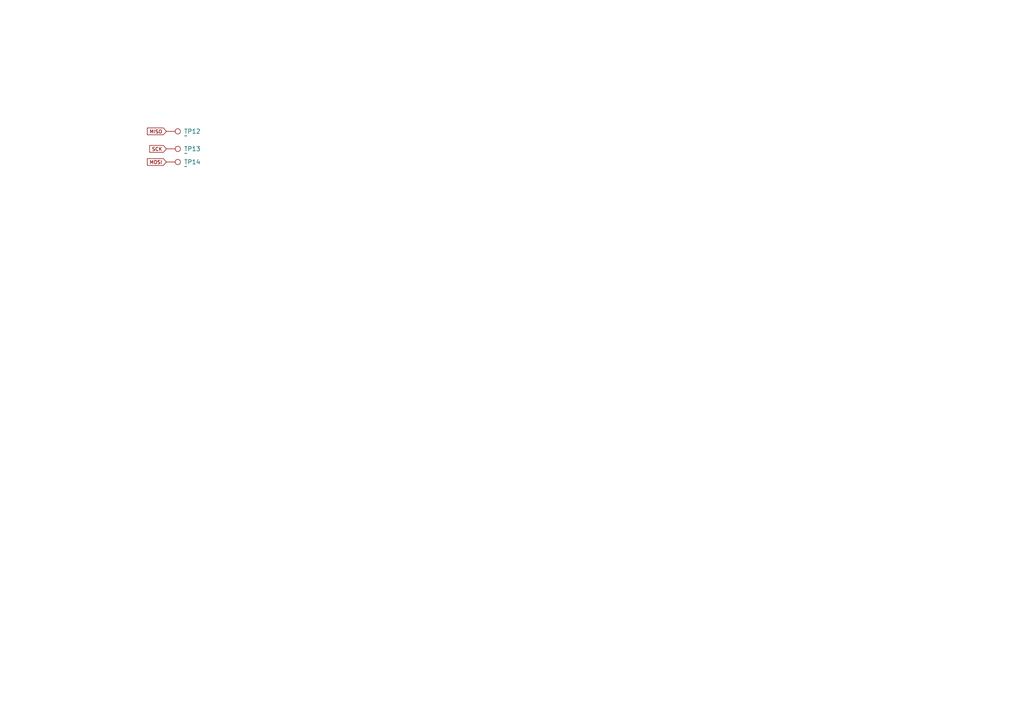
<source format=kicad_sch>
(kicad_sch (version 20230121) (generator eeschema)
  (paper "A4")
  (lib_symbols
    (symbol "Connector:TestPoint" (pin_numbers hide) (pin_names (offset 0.762) hide)
      (property "Reference" "TP" (at 0 6.858 0))
      (property "Value" "TestPoint" (at 0 5.08 0))
      (symbol "TestPoint_0_1"
        (circle (center 0 3.302) (radius 0.762))
      )
      (symbol "TestPoint_1_1"
        (pin passive line (at 0 0 90) (length 2.54) (name "1") (number "1"))
      )
    )
  )
  (global_label "MOSI" (shape input) (at 48.26 46.99 180) (effects (font (size 1 1))) (property "Intersheetrefs" "${INTERSHEET_REFS}" (effects hide)))
  (global_label "SCK" (shape input) (at 48.26 43.18 180) (effects (font (size 1 1))) (property "Intersheetrefs" "${INTERSHEET_REFS}" (effects hide)))
  (global_label "MISO" (shape input) (at 48.26 38.1 180) (effects (font (size 1 1))) (property "Intersheetrefs" "${INTERSHEET_REFS}" (effects hide)))
  (symbol (lib_id "Connector:TestPoint") (at 48.26 43.18 270) (unit 1)
    (property "Reference" "TP13" (at 53.34 43.18 90) (effects (justify left)))
    (property "Value" "~" (at 53.34 44.45 90) (effects (justify left)))
    (property "Footprint" "RCWCTE:TP420X150" (effects hide))
  )
  (symbol (lib_id "Connector:TestPoint") (at 48.26 46.99 270) (unit 1)
    (property "Reference" "TP14" (at 53.34 46.99 90) (effects (justify left)))
    (property "Value" "~" (at 53.34 48.26 90) (effects (justify left)))
    (property "Footprint" "RCWCTE:TP420X150" (effects hide))
  )
  (symbol (lib_id "Connector:TestPoint") (at 48.26 38.1 270) (unit 1)
    (property "Reference" "TP12" (at 53.34 38.1 90) (effects (justify left)))
    (property "Value" "~" (at 53.34 39.37 90) (effects (justify left)))
    (property "Footprint" "RCWCTE:TP420X150" (effects hide))
  )
)
</source>
